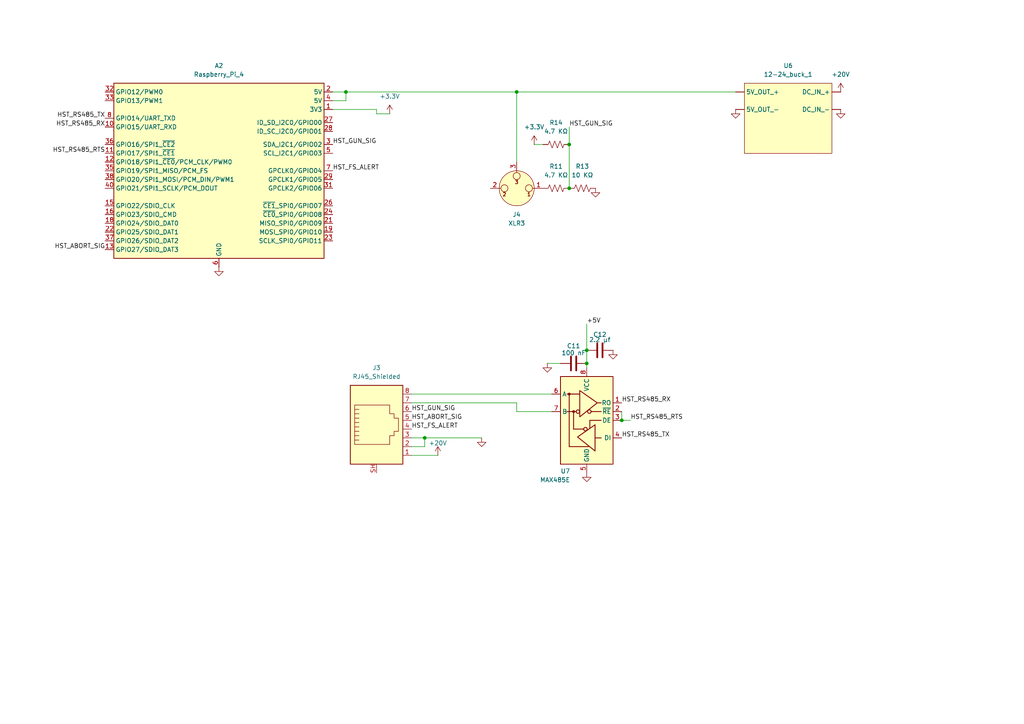
<source format=kicad_sch>
(kicad_sch (version 20250114) (generator "eeschema") (generator_version "9.0")
  (paper "A4")
  (lib_symbols
    (symbol "12-24 buck:12-24_buck_1"
      (property "Reference" "U" (at 5.842 6.604 0))
      (property "Value" "12-24_buck_1" (at 5.842 -16.764 0))
      (symbol "12-24_buck_1_1_1"
        (rectangle (start -7.62 5.08) (end 17.78 -15.24) (fill (type color) (color 255 255 194 1)))
        (pin power_out line (at -10.16 2.54 0) (length 2.54) (name "5V_OUT_+") (number ""))
        (pin power_out line (at -10.16 -2.54 0) (length 2.54) (name "5V_OUT_-") (number ""))
        (pin power_in line (at 20.32 2.54 180) (length 2.54) (name "DC_IN_+") (number ""))
        (pin power_in line (at 20.32 -2.54 180) (length 2.54) (name "DC_IN_-") (number ""))
      )
    )
    (symbol "Connector:RJ45_Shielded" (pin_names (offset 1.016))
      (property "Reference" "J" (at -5.08 13.97 0))
      (property "Value" "RJ45_Shielded" (at 2.54 13.97 0))
      (symbol "RJ45_Shielded_0_1"
        (polyline (pts (xy -6.35 1.905) (xy -5.08 1.905) (xy -5.08 1.905)))
        (polyline (pts (xy -6.35 0.635) (xy -5.08 0.635) (xy -5.08 0.635)))
        (polyline (pts (xy -6.35 -0.635) (xy -5.08 -0.635) (xy -5.08 -0.635)))
        (polyline (pts (xy -6.35 -1.905) (xy -5.08 -1.905) (xy -5.08 -1.905)))
        (polyline (pts (xy -6.35 -3.175) (xy -5.08 -3.175) (xy -5.08 -3.175)))
        (polyline (pts (xy -6.35 -4.445) (xy -6.35 6.985) (xy 3.81 6.985) (xy 3.81 4.445) (xy 5.08 4.445) (xy 5.08 3.175) (xy 6.35 3.175) (xy 6.35 -0.635) (xy 5.08 -0.635) (xy 5.08 -1.905) (xy 3.81 -1.905) (xy 3.81 -4.445) (xy -6.35 -4.445) (xy -6.35 -4.445)))
        (polyline (pts (xy -5.08 5.715) (xy -6.35 5.715)))
        (polyline (pts (xy -5.08 4.445) (xy -6.35 4.445)))
        (polyline (pts (xy -5.08 3.175) (xy -6.35 3.175) (xy -6.35 3.175)))
        (rectangle (start 7.62 12.7) (end -7.62 -10.16) (stroke (width 0.254)) (fill (type background)))
      )
      (symbol "RJ45_Shielded_1_1"
        (pin passive line (at 0 -12.7 90) (length 2.54) (name "~") (number "SH"))
        (pin passive line (at 10.16 10.16 180) (length 2.54) (name "~") (number "8"))
        (pin passive line (at 10.16 7.62 180) (length 2.54) (name "~") (number "7"))
        (pin passive line (at 10.16 5.08 180) (length 2.54) (name "~") (number "6"))
        (pin passive line (at 10.16 2.54 180) (length 2.54) (name "~") (number "5"))
        (pin passive line (at 10.16 0 180) (length 2.54) (name "~") (number "4"))
        (pin passive line (at 10.16 -2.54 180) (length 2.54) (name "~") (number "3"))
        (pin passive line (at 10.16 -5.08 180) (length 2.54) (name "~") (number "2"))
        (pin passive line (at 10.16 -7.62 180) (length 2.54) (name "~") (number "1"))
      )
    )
    (symbol "Connector:Raspberry_Pi_4"
      (property "Reference" "A2" (at 0 30.48 0))
      (property "Value" "Raspberry_Pi_4" (at 0 27.94 0))
      (symbol "Raspberry_Pi_4_0_1"
        (rectangle (start -30.48 25.4) (end 30.48 -25.4) (stroke (width 0.254)) (fill (type background)))
      )
      (symbol "Raspberry_Pi_4_1_1"
        (pin bidirectional line (at -33.02 22.86 0) (length 2.54) (name "GPIO12/PWM0") (number "32"))
        (pin bidirectional line (at -33.02 20.32 0) (length 2.54) (name "GPIO13/PWM1") (number "33"))
        (pin bidirectional line (at -33.02 15.24 0) (length 2.54) (name "GPIO14/UART_TXD") (number "8"))
        (pin bidirectional line (at -33.02 12.7 0) (length 2.54) (name "GPIO15/UART_RXD") (number "10"))
        (pin bidirectional line (at -33.02 7.62 0) (length 2.54) (name "GPIO16/SPI1_~{CE2}") (number "36"))
        (pin bidirectional line (at -33.02 5.08 0) (length 2.54) (name "GPIO17/SPI1_~{CE1}") (number "11"))
        (pin bidirectional line (at -33.02 2.54 0) (length 2.54) (name "GPIO18/SPI1_~{CE0}/PCM_CLK/PWM0") (number "12"))
        (pin bidirectional line (at -33.02 0 0) (length 2.54) (name "GPIO19/SPI1_MISO/PCM_FS") (number "35"))
        (pin bidirectional line (at -33.02 -2.54 0) (length 2.54) (name "GPIO20/SPI1_MOSI/PCM_DIN/PWM1") (number "38"))
        (pin bidirectional line (at -33.02 -5.08 0) (length 2.54) (name "GPIO21/SPI1_SCLK/PCM_DOUT") (number "40"))
        (pin bidirectional line (at -33.02 -10.16 0) (length 2.54) (name "GPIO22/SDIO_CLK") (number "15"))
        (pin bidirectional line (at -33.02 -12.7 0) (length 2.54) (name "GPIO23/SDIO_CMD") (number "16"))
        (pin bidirectional line (at -33.02 -15.24 0) (length 2.54) (name "GPIO24/SDIO_DAT0") (number "18"))
        (pin bidirectional line (at -33.02 -17.78 0) (length 2.54) (name "GPIO25/SDIO_DAT1") (number "22"))
        (pin bidirectional line (at -33.02 -20.32 0) (length 2.54) (name "GPIO26/SDIO_DAT2") (number "37"))
        (pin bidirectional line (at -33.02 -22.86 0) (length 2.54) (name "GPIO27/SDIO_DAT3") (number "13"))
        (pin passive line (at 0 -27.94 90) (length 2.54) (hide yes) (name "GND") (number "14"))
        (pin passive line (at 0 -27.94 90) (length 2.54) (hide yes) (name "GND") (number "20"))
        (pin passive line (at 0 -27.94 90) (length 2.54) (hide yes) (name "GND") (number "25"))
        (pin passive line (at 0 -27.94 90) (length 2.54) (hide yes) (name "GND") (number "30"))
        (pin passive line (at 0 -27.94 90) (length 2.54) (hide yes) (name "GND") (number "34"))
        (pin passive line (at 0 -27.94 90) (length 2.54) (hide yes) (name "GND") (number "39"))
        (pin power_out line (at 0 -27.94 90) (length 2.54) (name "GND") (number "6"))
        (pin passive line (at 0 -27.94 90) (length 2.54) (hide yes) (name "GND") (number "9"))
        (pin power_out line (at 33.02 22.86 180) (length 2.54) (name "5V") (number "2"))
        (pin passive line (at 33.02 20.32 180) (length 2.54) (hide yes) (name "3V3") (number "17"))
        (pin passive line (at 33.02 20.32 180) (length 2.54) (name "5V") (number "4"))
        (pin power_out line (at 33.02 17.78 180) (length 2.54) (name "3V3") (number "1"))
        (pin bidirectional line (at 33.02 13.97 180) (length 2.54) (name "ID_SD_I2C0/GPIO00") (number "27"))
        (pin bidirectional line (at 33.02 11.43 180) (length 2.54) (name "ID_SC_I2C0/GPIO01") (number "28"))
        (pin bidirectional line (at 33.02 7.62 180) (length 2.54) (name "SDA_I2C1/GPIO02") (number "3"))
        (pin bidirectional line (at 33.02 5.08 180) (length 2.54) (name "SCL_I2C1/GPIO03") (number "5"))
        (pin bidirectional line (at 33.02 0 180) (length 2.54) (name "GPCLK0/GPIO04") (number "7"))
        (pin bidirectional line (at 33.02 -2.54 180) (length 2.54) (name "GPCLK1/GPIO05") (number "29"))
        (pin bidirectional line (at 33.02 -5.08 180) (length 2.54) (name "GPCLK2/GPIO06") (number "31"))
        (pin bidirectional line (at 33.02 -10.16 180) (length 2.54) (name "~{CE1}_SPI0/GPIO07") (number "26"))
        (pin bidirectional line (at 33.02 -12.7 180) (length 2.54) (name "~{CE0}_SPI0/GPIO08") (number "24"))
        (pin bidirectional line (at 33.02 -15.24 180) (length 2.54) (name "MISO_SPI0/GPIO09") (number "21"))
        (pin bidirectional line (at 33.02 -17.78 180) (length 2.54) (name "MOSI_SPI0/GPIO10") (number "19"))
        (pin bidirectional line (at 33.02 -20.32 180) (length 2.54) (name "SCLK_SPI0/GPIO11") (number "23"))
      )
    )
    (symbol "Connector_Audio:XLR3" (pin_names (hide yes))
      (property "Reference" "J" (at 0 8.89 0))
      (property "Value" "XLR3" (at 0 6.35 0))
      (symbol "XLR3_0_1"
        (polyline (pts (xy -5.08 0) (xy -4.572 0)))
        (circle (center -3.556 0) (radius 1.016))
        (circle (center 0 0) (radius 5.08) (fill (type background)))
        (circle (center 0 -3.556) (radius 1.016))
        (polyline (pts (xy 0 -5.08) (xy 0 -4.572)))
        (circle (center 3.556 0) (radius 1.016))
        (polyline (pts (xy 5.08 0) (xy 4.572 0)))
        (text "1" (at -3.556 1.778 0) (effects (font (size 1.016 1.016) (bold yes))))
        (text "3" (at 0 -1.778 0) (effects (font (size 1.016 1.016) (bold yes))))
        (text "2" (at 3.556 1.778 0) (effects (font (size 1.016 1.016) (bold yes))))
        (pin passive line (at -7.62 0 0) (length 2.54) (name "~") (number "1"))
        (pin passive line (at 0 -7.62 90) (length 2.54) (name "~") (number "3"))
        (pin passive line (at 7.62 0 180) (length 2.54) (name "~") (number "2"))
      )
    )
    (symbol "Device:C" (pin_numbers (hide yes)) (pin_names (offset 0.254))
      (property "Reference" "C" (at 0.635 2.54 0))
      (property "Value" "C" (at 0.635 -2.54 0))
      (symbol "C_0_1"
        (polyline (pts (xy -2.032 0.762) (xy 2.032 0.762)) (stroke (width 0.508)))
        (polyline (pts (xy -2.032 -0.762) (xy 2.032 -0.762)) (stroke (width 0.508)))
      )
      (symbol "C_1_1"
        (pin passive line (at 0 3.81 270) (length 2.794) (name "~") (number "1"))
        (pin passive line (at 0 -3.81 90) (length 2.794) (name "~") (number "2"))
      )
    )
    (symbol "Device:R_US" (pin_numbers (hide yes)) (pin_names (offset 0))
      (property "Reference" "R" (at 2.54 0 90))
      (property "Value" "R_US" (at -2.54 0 90))
      (symbol "R_US_0_1"
        (polyline (pts (xy 0 2.286) (xy 0 2.54)))
        (polyline (pts (xy 0 2.286) (xy 1.016 1.905) (xy 0 1.524) (xy -1.016 1.143) (xy 0 0.762)))
        (polyline (pts (xy 0 0.762) (xy 1.016 0.381) (xy 0 0) (xy -1.016 -0.381) (xy 0 -0.762)))
        (polyline (pts (xy 0 -0.762) (xy 1.016 -1.143) (xy 0 -1.524) (xy -1.016 -1.905) (xy 0 -2.286)))
        (polyline (pts (xy 0 -2.286) (xy 0 -2.54)))
      )
      (symbol "R_US_1_1"
        (pin passive line (at 0 3.81 270) (length 1.27) (name "~") (number "1"))
        (pin passive line (at 0 -3.81 90) (length 1.27) (name "~") (number "2"))
      )
    )
    (symbol "Interface_UART:MAX485E"
      (property "Reference" "U" (at -6.985 13.97 0))
      (property "Value" "MAX485E" (at 1.905 13.97 0))
      (symbol "MAX485E_0_1"
        (rectangle (start -7.62 12.7) (end 7.62 -12.7) (stroke (width 0.254)) (fill (type background)))
        (polyline (pts (xy -4.191 2.54) (xy -1.27 2.54)) (stroke (width 0.254)))
        (polyline (pts (xy -4.191 0) (xy -0.889 0) (xy -0.889 -2.286)) (stroke (width 0.254)))
        (polyline (pts (xy -3.175 5.08) (xy -4.191 5.08) (xy -4.064 5.08)) (stroke (width 0.254)))
        (polyline (pts (xy -2.54 -5.08) (xy -4.191 -5.08)) (stroke (width 0.254)))
        (polyline (pts (xy -2.413 -5.08) (xy -2.413 -1.27) (xy 2.667 -4.826) (xy -2.413 -8.89) (xy -2.413 -5.08)) (stroke (width 0.254)))
        (polyline (pts (xy -0.635 -7.62) (xy 5.08 -7.62)) (stroke (width 0.254)))
        (circle (center 0.381 -2.54) (radius 0.508) (stroke (width 0.254)))
        (polyline (pts (xy 0.889 -2.54) (xy 3.81 -2.54)) (stroke (width 0.254)))
        (polyline (pts (xy 2.032 7.62) (xy 5.715 7.62)) (stroke (width 0.254)))
        (polyline (pts (xy 3.048 2.54) (xy 5.715 2.54)) (stroke (width 0.254)))
        (circle (center 3.81 2.54) (radius 0.2794) (stroke (width 0.254)) (fill (type outline)))
        (polyline (pts (xy 3.81 -2.54) (xy 3.81 2.54)) (stroke (width 0.254)))
        (polyline (pts (xy 5.08 -7.62) (xy 5.08 7.62)) (stroke (width 0.254)))
      )
      (symbol "MAX485E_1_1"
        (circle (center -0.762 2.54) (radius 0.508) (stroke (width 0.254)))
        (polyline (pts (xy 2.032 4.826) (xy 2.032 8.636) (xy -3.048 5.08) (xy 2.032 1.016) (xy 2.032 4.826)) (stroke (width 0.254)))
        (circle (center 2.54 2.54) (radius 0.508) (stroke (width 0.254)))
        (circle (center 5.08 7.62) (radius 0.2794) (stroke (width 0.254)) (fill (type outline)))
        (pin output line (at -10.16 5.08 0) (length 2.54) (name "RO") (number "1"))
        (pin input line (at -10.16 2.54 0) (length 2.54) (name "~{RE}") (number "2"))
        (pin input line (at -10.16 0 0) (length 2.54) (name "DE") (number "3"))
        (pin input line (at -10.16 -5.08 0) (length 2.54) (name "DI") (number "4"))
        (pin power_in line (at 0 15.24 270) (length 2.54) (name "VCC") (number "8"))
        (pin power_in line (at 0 -15.24 90) (length 2.54) (name "GND") (number "5"))
        (pin bidirectional line (at 10.16 7.62 180) (length 2.54) (name "A") (number "6"))
        (pin bidirectional line (at 10.16 2.54 180) (length 2.54) (name "B") (number "7"))
      )
    )
    (symbol "power:+15V" (power) (pin_numbers (hide yes)) (pin_names (offset 0) (hide yes))
      (property "Value" "+15V" (at 0 3.556 0))
      (symbol "+15V_0_1"
        (polyline (pts (xy -0.762 1.27) (xy 0 2.54)))
        (polyline (pts (xy 0 2.54) (xy 0.762 1.27)))
        (polyline (pts (xy 0 0) (xy 0 2.54)))
      )
      (symbol "+15V_1_1"
        (pin power_in line (at 0 0 90) (length 0) (name "~") (number "1"))
      )
    )
    (symbol "power:+3.3V" (power) (pin_numbers (hide yes)) (pin_names (offset 0) (hide yes))
      (property "Value" "+3.3V" (at 0 3.556 0))
      (symbol "+3.3V_0_1"
        (polyline (pts (xy -0.762 1.27) (xy 0 2.54)))
        (polyline (pts (xy 0 2.54) (xy 0.762 1.27)))
        (polyline (pts (xy 0 0) (xy 0 2.54)))
      )
      (symbol "+3.3V_1_1"
        (pin power_in line (at 0 0 90) (length 0) (name "~") (number "1"))
      )
    )
    (symbol "power:GND1" (power) (pin_numbers (hide yes)) (pin_names (offset 0) (hide yes))
      (property "Value" "GND1" (at 0 -3.81 0))
      (symbol "GND1_0_1"
        (polyline (pts (xy 0 0) (xy 0 -1.27) (xy 1.27 -1.27) (xy 0 -2.54) (xy -1.27 -1.27) (xy 0 -1.27)))
      )
      (symbol "GND1_1_1"
        (pin power_in line (at 0 0 270) (length 0) (name "~") (number "1"))
      )
    )
  )
  (junction (at 165.1 54.61))
  (junction (at 170.18 101.6))
  (junction (at 100.33 26.67))
  (junction (at 165.1 41.91))
  (junction (at 149.86 26.67))
  (junction (at 170.18 105.41))
  (junction (at 123.19 127))
  (junction (at 180.34 121.92))
  (wire (pts (xy 165.1 36.83) (xy 165.1 41.91)))
  (wire (pts (xy 119.38 127) (xy 123.19 127)))
  (wire (pts (xy 119.38 116.84) (xy 149.86 116.84)))
  (wire (pts (xy 109.22 33.02) (xy 113.03 33.02)))
  (wire (pts (xy 149.86 116.84) (xy 149.86 119.38)))
  (wire (pts (xy 158.75 105.41) (xy 162.56 105.41)))
  (wire (pts (xy 149.86 26.67) (xy 149.86 46.99)))
  (wire (pts (xy 180.34 119.38) (xy 180.34 121.92)))
  (wire (pts (xy 109.22 31.75) (xy 109.22 33.02)))
  (wire (pts (xy 96.52 26.67) (xy 100.33 26.67)))
  (wire (pts (xy 100.33 29.21) (xy 100.33 26.67)))
  (wire (pts (xy 170.18 105.41) (xy 170.18 106.68)))
  (wire (pts (xy 119.38 132.08) (xy 127 132.08)))
  (wire (pts (xy 170.18 93.98) (xy 170.18 101.6)))
  (wire (pts (xy 119.38 129.54) (xy 123.19 129.54)))
  (wire (pts (xy 149.86 26.67) (xy 213.36 26.67)))
  (wire (pts (xy 96.52 31.75) (xy 109.22 31.75)))
  (wire (pts (xy 100.33 26.67) (xy 149.86 26.67)))
  (wire (pts (xy 154.94 41.91) (xy 157.48 41.91)))
  (wire (pts (xy 119.38 114.3) (xy 160.02 114.3)))
  (wire (pts (xy 170.18 101.6) (xy 170.18 105.41)))
  (wire (pts (xy 123.19 129.54) (xy 123.19 127)))
  (wire (pts (xy 123.19 127) (xy 139.7 127)))
  (wire (pts (xy 165.1 41.91) (xy 165.1 54.61)))
  (wire (pts (xy 96.52 29.21) (xy 100.33 29.21)))
  (wire (pts (xy 149.86 119.38) (xy 160.02 119.38)))
  (wire (pts (xy 180.34 121.92) (xy 182.88 121.92)))
  (label "HST_GUN_SIG" (at 165.1 36.83 0))
  (label "HST_RS485_RX" (at 30.48 36.83 180))
  (label "HST_ABORT_SIG" (at 119.38 121.92 0))
  (label "HST_GUN_SIG" (at 119.38 119.38 0))
  (label "HST_RS485_RX" (at 180.34 116.84 0))
  (label "HST_ABORT_SIG" (at 30.48 72.39 180))
  (label "HST_RS485_RTS" (at 182.88 121.92 0))
  (label "HST_FS_ALERT" (at 96.52 49.53 0))
  (label "HST_GUN_SIG" (at 96.52 41.91 0))
  (label "HST_FS_ALERT" (at 119.38 124.46 0))
  (label "HST_RS485_TX" (at 180.34 127 0))
  (label "+5V" (at 170.18 93.98 0))
  (label "HST_RS485_RTS" (at 30.48 44.45 180))
  (label "HST_RS485_TX" (at 30.48 34.29 180))
  (symbol (lib_id "power:+15V") (at 127 132.08 0) (unit 1)
    (property "Reference" "#PWR036" (effects (hide yes)))
    (property "Value" "+20V" (at 127 128.524 0))
    (property "Description" "Power symbol creates a global label with name \"+15V\"" (effects (hide yes)))
  )
  (symbol (lib_id "power:+15V") (at 243.84 26.67 0) (unit 1)
    (property "Reference" "#PWR030" (effects (hide yes)))
    (property "Value" "+20V" (at 243.84 21.59 0))
    (property "Description" "Power symbol creates a global label with name \"+15V\"" (effects (hide yes)))
  )
  (symbol (lib_id "power:GND1") (at 170.18 137.16 0) (unit 1)
    (property "Reference" "#PWR033" (effects (hide yes)))
    (property "Value" "GND" (effects (hide yes)))
    (property "Description" "Power symbol creates a global label with name \"GND1\" , ground" (effects (hide yes)))
  )
  (symbol (lib_id "Device:R_US") (at 161.29 54.61 270) (unit 1)
    (property "Reference" "R11" (at 161.29 48.26 90))
    (property "Value" "4.7 KΩ" (at 161.29 50.8 90))
    (property "Description" "Resistor, US symbol" (effects (hide yes)))
  )
  (symbol (lib_id "Connector:Raspberry_Pi_4") (at 63.5 49.53 0) (unit 1)
    (property "Reference" "A2" (at 63.5 19.05 0))
    (property "Value" "Raspberry_Pi_4" (at 63.5 21.59 0))
    (property "Datasheet" "https://datasheets.raspberrypi.com/rpi4/raspberry-pi-4-datasheet.pdf" (effects (hide yes)))
    (property "Description" "Raspberry Pi 4 Model B" (effects (hide yes)))
  )
  (symbol (lib_id "power:+3.3V") (at 154.94 41.91 0) (unit 1)
    (property "Reference" "#PWR040" (effects (hide yes)))
    (property "Value" "+3.3V" (at 154.94 36.83 0))
    (property "Description" "Power symbol creates a global label with name \"+3.3V\"" (effects (hide yes)))
  )
  (symbol (lib_id "Device:C") (at 166.37 105.41 90) (unit 1)
    (property "Reference" "C11" (at 166.37 100.33 90))
    (property "Value" "100 nF" (at 166.37 102.362 90))
    (property "Description" "Unpolarized capacitor" (effects (hide yes)))
  )
  (symbol (lib_id "Device:R_US") (at 161.29 41.91 270) (unit 1)
    (property "Reference" "R14" (at 161.29 35.56 90))
    (property "Value" "4.7 KΩ" (at 161.29 38.1 90))
    (property "Description" "Resistor, US symbol" (effects (hide yes)))
  )
  (symbol (lib_id "power:GND1") (at 63.5 77.47 0) (unit 1)
    (property "Reference" "#PWR032" (effects (hide yes)))
    (property "Value" "GND" (effects (hide yes)))
    (property "Description" "Power symbol creates a global label with name \"GND1\" , ground" (effects (hide yes)))
  )
  (symbol (lib_id "power:GND1") (at 177.8 101.6 0) (unit 1)
    (property "Reference" "#PWR034" (effects (hide yes)))
    (property "Value" "GND" (effects (hide yes)))
    (property "Description" "Power symbol creates a global label with name \"GND1\" , ground" (effects (hide yes)))
  )
  (symbol (lib_id "Interface_UART:MAX485E") (at 170.18 121.92 0) (mirror y) (unit 1)
    (property "Reference" "U7" (at 165.354 136.652 0) (effects (justify left)))
    (property "Value" "MAX485E" (at 165.354 139.192 0) (effects (justify left)))
    (property "Footprint" "Package_SO:SOIC-8_3.9x4.9mm_P1.27mm" (effects (hide yes)))
    (property "Datasheet" "https://datasheets.maximintegrated.com/en/ds/MAX1487E-MAX491E.pdf" (effects (hide yes)))
    (property "Description" "Half duplex RS-485/RS-422, 2.5 Mbps, ±15kV electro-static discharge (ESD) protection, no slew-rate, no low-power shutdown, with receiver/driver enable, 32 receiver drive capability, DIP-8 and SOIC-8" (effects (hide yes)))
  )
  (symbol (lib_id "power:GND1") (at 139.7 127 0) (unit 1)
    (property "Reference" "#PWR027" (effects (hide yes)))
    (property "Value" "GND" (effects (hide yes)))
    (property "Description" "Power symbol creates a global label with name \"GND1\" , ground" (effects (hide yes)))
  )
  (symbol (lib_id "power:GND1") (at 172.72 54.61 0) (unit 1)
    (property "Reference" "#PWR029" (effects (hide yes)))
    (property "Value" "GND" (effects (hide yes)))
    (property "Description" "Power symbol creates a global label with name \"GND1\" , ground" (effects (hide yes)))
  )
  (symbol (lib_id "power:GND1") (at 158.75 105.41 0) (unit 1)
    (property "Reference" "#PWR031" (effects (hide yes)))
    (property "Value" "GND" (effects (hide yes)))
    (property "Description" "Power symbol creates a global label with name \"GND1\" , ground" (effects (hide yes)))
  )
  (symbol (lib_id "Connector:RJ45_Shielded") (at 109.22 124.46 0) (unit 1)
    (property "Reference" "J3" (at 109.22 106.68 0))
    (property "Value" "RJ45_Shielded" (at 109.22 109.22 0))
    (property "Description" "RJ connector, 8P8C (8 positions 8 connected), Shielded" (effects (hide yes)))
  )
  (symbol (lib_id "power:GND1") (at 213.36 31.75 0) (unit 1)
    (property "Reference" "#PWR037" (effects (hide yes)))
    (property "Value" "GND" (effects (hide yes)))
    (property "Description" "Power symbol creates a global label with name \"GND1\" , ground" (effects (hide yes)))
  )
  (symbol (lib_id "Connector_Audio:XLR3") (at 149.86 54.61 180) (unit 1)
    (property "Reference" "J4" (at 149.86 62.23 0))
    (property "Value" "XLR3" (at 149.86 64.77 0))
    (property "Description" "XLR Connector, Male or Female, 3 Pins" (effects (hide yes)))
  )
  (symbol (lib_id "Device:C") (at 173.99 101.6 270) (unit 1)
    (property "Reference" "C12" (at 173.99 97.028 90))
    (property "Value" "2.2 µf" (at 173.99 98.552 90))
    (property "Description" "Unpolarized capacitor" (effects (hide yes)))
  )
  (symbol (lib_id "12-24 buck:12-24_buck_1") (at 223.52 29.21 0) (unit 1)
    (property "Reference" "U6" (at 228.6 19.05 0))
    (property "Value" "12-24_buck_1" (at 228.6 21.59 0))
  )
  (symbol (lib_id "power:+3.3V") (at 113.03 33.02 0) (unit 1)
    (property "Reference" "#PWR039" (effects (hide yes)))
    (property "Value" "+3.3V" (at 113.03 27.94 0))
    (property "Description" "Power symbol creates a global label with name \"+3.3V\"" (effects (hide yes)))
  )
  (symbol (lib_id "power:GND1") (at 243.84 31.75 0) (unit 1)
    (property "Reference" "#PWR038" (effects (hide yes)))
    (property "Value" "GND" (effects (hide yes)))
    (property "Description" "Power symbol creates a global label with name \"GND1\" , ground" (effects (hide yes)))
  )
  (symbol (lib_id "Device:R_US") (at 168.91 54.61 270) (unit 1)
    (property "Reference" "R13" (at 168.91 48.26 90))
    (property "Value" "10 KΩ" (at 168.91 50.8 90))
    (property "Description" "Resistor, US symbol" (effects (hide yes)))
  )
)
</source>
